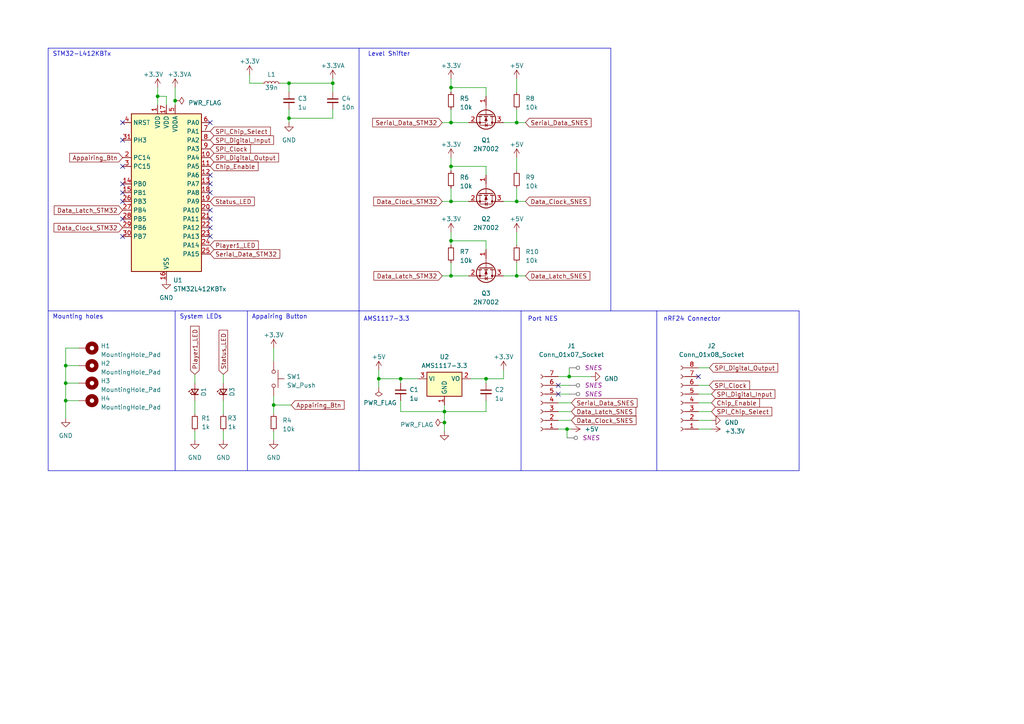
<source format=kicad_sch>
(kicad_sch (version 20230121) (generator eeschema)
  (paper "A4")
  (title_block (title "SNES Wireless Receiver (NRF24L01 Exclude)") (date "2023-04-17") (rev "2.0") (company "ENSEA"))
  (lib_symbols
    (symbol "Connector:Conn_01x07_Socket" (pin_names (offset 1.016) hide)
      (property "Reference" "J" (at 0 10.16 0))
      (property "Value" "Conn_01x07_Socket" (at 0 -10.16 0))
      (symbol "Conn_01x07_Socket_1_1"
        (arc (start 0 -7.112) (mid -0.5058 -7.62) (end 0 -8.128) (stroke (width 0.1524)))
        (arc (start 0 -4.572) (mid -0.5058 -5.08) (end 0 -5.588) (stroke (width 0.1524)))
        (arc (start 0 -2.032) (mid -0.5058 -2.54) (end 0 -3.048) (stroke (width 0.1524)))
        (polyline (pts (xy -1.27 -7.62) (xy -0.508 -7.62)) (stroke (width 0.1524)))
        (polyline (pts (xy -1.27 -5.08) (xy -0.508 -5.08)) (stroke (width 0.1524)))
        (polyline (pts (xy -1.27 -2.54) (xy -0.508 -2.54)) (stroke (width 0.1524)))
        (polyline (pts (xy -1.27 0) (xy -0.508 0)) (stroke (width 0.1524)))
        (polyline (pts (xy -1.27 2.54) (xy -0.508 2.54)) (stroke (width 0.1524)))
        (polyline (pts (xy -1.27 5.08) (xy -0.508 5.08)) (stroke (width 0.1524)))
        (polyline (pts (xy -1.27 7.62) (xy -0.508 7.62)) (stroke (width 0.1524)))
        (arc (start 0 0.508) (mid -0.5058 0) (end 0 -0.508) (stroke (width 0.1524)))
        (arc (start 0 3.048) (mid -0.5058 2.54) (end 0 2.032) (stroke (width 0.1524)))
        (arc (start 0 5.588) (mid -0.5058 5.08) (end 0 4.572) (stroke (width 0.1524)))
        (arc (start 0 8.128) (mid -0.5058 7.62) (end 0 7.112) (stroke (width 0.1524)))
        (pin passive line (at -5.08 7.62 0) (length 3.81) (name "Pin_1") (number "1"))
        (pin passive line (at -5.08 5.08 0) (length 3.81) (name "Pin_2") (number "2"))
        (pin passive line (at -5.08 2.54 0) (length 3.81) (name "Pin_3") (number "3"))
        (pin passive line (at -5.08 0 0) (length 3.81) (name "Pin_4") (number "4"))
        (pin passive line (at -5.08 -2.54 0) (length 3.81) (name "Pin_5") (number "5"))
        (pin passive line (at -5.08 -5.08 0) (length 3.81) (name "Pin_6") (number "6"))
        (pin passive line (at -5.08 -7.62 0) (length 3.81) (name "Pin_7") (number "7"))
      )
    )
    (symbol "Connector:Conn_01x08_Socket" (pin_names (offset 1.016) hide)
      (property "Reference" "J" (at 0 10.16 0))
      (property "Value" "Conn_01x08_Socket" (at 0 -12.7 0))
      (symbol "Conn_01x08_Socket_1_1"
        (arc (start 0 -9.652) (mid -0.5058 -10.16) (end 0 -10.668) (stroke (width 0.1524)))
        (arc (start 0 -7.112) (mid -0.5058 -7.62) (end 0 -8.128) (stroke (width 0.1524)))
        (arc (start 0 -4.572) (mid -0.5058 -5.08) (end 0 -5.588) (stroke (width 0.1524)))
        (arc (start 0 -2.032) (mid -0.5058 -2.54) (end 0 -3.048) (stroke (width 0.1524)))
        (polyline (pts (xy -1.27 -10.16) (xy -0.508 -10.16)) (stroke (width 0.1524)))
        (polyline (pts (xy -1.27 -7.62) (xy -0.508 -7.62)) (stroke (width 0.1524)))
        (polyline (pts (xy -1.27 -5.08) (xy -0.508 -5.08)) (stroke (width 0.1524)))
        (polyline (pts (xy -1.27 -2.54) (xy -0.508 -2.54)) (stroke (width 0.1524)))
        (polyline (pts (xy -1.27 0) (xy -0.508 0)) (stroke (width 0.1524)))
        (polyline (pts (xy -1.27 2.54) (xy -0.508 2.54)) (stroke (width 0.1524)))
        (polyline (pts (xy -1.27 5.08) (xy -0.508 5.08)) (stroke (width 0.1524)))
        (polyline (pts (xy -1.27 7.62) (xy -0.508 7.62)) (stroke (width 0.1524)))
        (arc (start 0 0.508) (mid -0.5058 0) (end 0 -0.508) (stroke (width 0.1524)))
        (arc (start 0 3.048) (mid -0.5058 2.54) (end 0 2.032) (stroke (width 0.1524)))
        (arc (start 0 5.588) (mid -0.5058 5.08) (end 0 4.572) (stroke (width 0.1524)))
        (arc (start 0 8.128) (mid -0.5058 7.62) (end 0 7.112) (stroke (width 0.1524)))
        (pin passive line (at -5.08 7.62 0) (length 3.81) (name "Pin_1") (number "1"))
        (pin passive line (at -5.08 5.08 0) (length 3.81) (name "Pin_2") (number "2"))
        (pin passive line (at -5.08 2.54 0) (length 3.81) (name "Pin_3") (number "3"))
        (pin passive line (at -5.08 0 0) (length 3.81) (name "Pin_4") (number "4"))
        (pin passive line (at -5.08 -2.54 0) (length 3.81) (name "Pin_5") (number "5"))
        (pin passive line (at -5.08 -5.08 0) (length 3.81) (name "Pin_6") (number "6"))
        (pin passive line (at -5.08 -7.62 0) (length 3.81) (name "Pin_7") (number "7"))
        (pin passive line (at -5.08 -10.16 0) (length 3.81) (name "Pin_8") (number "8"))
      )
    )
    (symbol "Device:C_Small" (pin_numbers hide) (pin_names (offset 0.254) hide)
      (property "Reference" "C" (at 0.254 1.778 0))
      (property "Value" "C_Small" (at 0.254 -2.032 0))
      (symbol "C_Small_0_1"
        (polyline (pts (xy -1.524 -0.508) (xy 1.524 -0.508)) (stroke (width 0.3302)))
        (polyline (pts (xy -1.524 0.508) (xy 1.524 0.508)) (stroke (width 0.3048)))
      )
      (symbol "C_Small_1_1"
        (pin passive line (at 0 2.54 270) (length 2.032) (name "~") (number "1"))
        (pin passive line (at 0 -2.54 90) (length 2.032) (name "~") (number "2"))
      )
    )
    (symbol "Device:LED_Small" (pin_numbers hide) (pin_names (offset 0.254) hide)
      (property "Reference" "D" (at -1.27 3.175 0))
      (property "Value" "LED_Small" (at -4.445 -2.54 0))
      (symbol "LED_Small_0_1"
        (polyline (pts (xy -0.762 -1.016) (xy -0.762 1.016)) (stroke (width 0.254)))
        (polyline (pts (xy 1.016 0) (xy -0.762 0)))
        (polyline (pts (xy 0.762 -1.016) (xy -0.762 0) (xy 0.762 1.016) (xy 0.762 -1.016)) (stroke (width 0.254)))
        (polyline (pts (xy 0 0.762) (xy -0.508 1.27) (xy -0.254 1.27) (xy -0.508 1.27) (xy -0.508 1.016)))
        (polyline (pts (xy 0.508 1.27) (xy 0 1.778) (xy 0.254 1.778) (xy 0 1.778) (xy 0 1.524)))
      )
      (symbol "LED_Small_1_1"
        (pin passive line (at -2.54 0 0) (length 1.778) (name "K") (number "1"))
        (pin passive line (at 2.54 0 180) (length 1.778) (name "A") (number "2"))
      )
    )
    (symbol "Device:L_Small" (pin_numbers hide) (pin_names (offset 0.254) hide)
      (property "Reference" "L" (at 0.762 1.016 0))
      (property "Value" "L_Small" (at 0.762 -1.016 0))
      (symbol "L_Small_0_1"
        (arc (start 0 -2.032) (mid 0.5058 -1.524) (end 0 -1.016))
        (arc (start 0 -1.016) (mid 0.5058 -0.508) (end 0 0))
        (arc (start 0 0) (mid 0.5058 0.508) (end 0 1.016))
        (arc (start 0 1.016) (mid 0.5058 1.524) (end 0 2.032))
      )
      (symbol "L_Small_1_1"
        (pin passive line (at 0 2.54 270) (length 0.508) (name "~") (number "1"))
        (pin passive line (at 0 -2.54 90) (length 0.508) (name "~") (number "2"))
      )
    )
    (symbol "Device:R_Small" (pin_numbers hide) (pin_names (offset 0.254) hide)
      (property "Reference" "R" (at 0.762 0.508 0))
      (property "Value" "R_Small" (at 0.762 -1.016 0))
      (symbol "R_Small_0_1"
        (rectangle (start -0.762 1.778) (end 0.762 -1.778) (stroke (width 0.2032)))
      )
      (symbol "R_Small_1_1"
        (pin passive line (at 0 2.54 270) (length 0.762) (name "~") (number "1"))
        (pin passive line (at 0 -2.54 90) (length 0.762) (name "~") (number "2"))
      )
    )
    (symbol "MCU_ST_STM32L4:STM32L412KBTx"
      (property "Reference" "U" (at -10.16 24.13 0))
      (property "Value" "STM32L412KBTx" (at 5.08 24.13 0))
      (symbol "STM32L412KBTx_0_1"
        (rectangle (start -10.16 -22.86) (end 10.16 22.86) (stroke (width 0.254)) (fill (type background)))
      )
      (symbol "STM32L412KBTx_1_1"
        (pin power_in line (at -2.54 25.4 270) (length 2.54) (name "VDD") (number "1"))
        (pin bidirectional line (at 12.7 10.16 180) (length 2.54) (name "PA4") (number "10"))
        (pin bidirectional line (at 12.7 7.62 180) (length 2.54) (name "PA5") (number "11"))
        (pin bidirectional line (at 12.7 5.08 180) (length 2.54) (name "PA6") (number "12"))
        (pin bidirectional line (at 12.7 2.54 180) (length 2.54) (name "PA7") (number "13"))
        (pin bidirectional line (at -12.7 2.54 0) (length 2.54) (name "PB0") (number "14"))
        (pin bidirectional line (at -12.7 0 0) (length 2.54) (name "PB1") (number "15"))
        (pin power_in line (at 0 -25.4 90) (length 2.54) (name "VSS") (number "16"))
        (pin power_in line (at 0 25.4 270) (length 2.54) (name "VDD") (number "17"))
        (pin bidirectional line (at 12.7 0 180) (length 2.54) (name "PA8") (number "18"))
        (pin bidirectional line (at 12.7 -2.54 180) (length 2.54) (name "PA9") (number "19"))
        (pin bidirectional line (at -12.7 10.16 0) (length 2.54) (name "PC14") (number "2"))
        (pin bidirectional line (at 12.7 -5.08 180) (length 2.54) (name "PA10") (number "20"))
        (pin bidirectional line (at 12.7 -7.62 180) (length 2.54) (name "PA11") (number "21"))
        (pin bidirectional line (at 12.7 -10.16 180) (length 2.54) (name "PA12") (number "22"))
        (pin bidirectional line (at 12.7 -12.7 180) (length 2.54) (name "PA13") (number "23"))
        (pin bidirectional line (at 12.7 -15.24 180) (length 2.54) (name "PA14") (number "24"))
        (pin bidirectional line (at 12.7 -17.78 180) (length 2.54) (name "PA15") (number "25"))
        (pin bidirectional line (at -12.7 -2.54 0) (length 2.54) (name "PB3") (number "26"))
        (pin bidirectional line (at -12.7 -5.08 0) (length 2.54) (name "PB4") (number "27"))
        (pin bidirectional line (at -12.7 -7.62 0) (length 2.54) (name "PB5") (number "28"))
        (pin bidirectional line (at -12.7 -10.16 0) (length 2.54) (name "PB6") (number "29"))
        (pin bidirectional line (at -12.7 7.62 0) (length 2.54) (name "PC15") (number "3"))
        (pin bidirectional line (at -12.7 -12.7 0) (length 2.54) (name "PB7") (number "30"))
        (pin bidirectional line (at -12.7 15.24 0) (length 2.54) (name "PH3") (number "31"))
        (pin passive line (at 0 -25.4 90) (length 2.54) hide (name "VSS") (number "32"))
        (pin input line (at -12.7 20.32 0) (length 2.54) (name "NRST") (number "4"))
        (pin power_in line (at 2.54 25.4 270) (length 2.54) (name "VDDA") (number "5"))
        (pin bidirectional line (at 12.7 20.32 180) (length 2.54) (name "PA0") (number "6"))
        (pin bidirectional line (at 12.7 17.78 180) (length 2.54) (name "PA1") (number "7"))
        (pin bidirectional line (at 12.7 15.24 180) (length 2.54) (name "PA2") (number "8"))
        (pin bidirectional line (at 12.7 12.7 180) (length 2.54) (name "PA3") (number "9"))
      )
    )
    (symbol "Mechanical:MountingHole_Pad" (pin_numbers hide) (pin_names (offset 1.016) hide)
      (property "Reference" "H" (at 0 6.35 0))
      (property "Value" "MountingHole_Pad" (at 0 4.445 0))
      (symbol "MountingHole_Pad_0_1"
        (circle (center 0 1.27) (radius 1.27) (stroke (width 1.27)))
      )
      (symbol "MountingHole_Pad_1_1"
        (pin input line (at 0 -2.54 90) (length 2.54) (name "1") (number "1"))
      )
    )
    (symbol "Regulator_Linear:AMS1117-3.3"
      (property "Reference" "U" (at -3.81 3.175 0))
      (property "Value" "AMS1117-3.3" (at 0 3.175 0))
      (symbol "AMS1117-3.3_0_1"
        (rectangle (start -5.08 -5.08) (end 5.08 1.905) (stroke (width 0.254)) (fill (type background)))
      )
      (symbol "AMS1117-3.3_1_1"
        (pin power_in line (at 0 -7.62 90) (length 2.54) (name "GND") (number "1"))
        (pin power_out line (at 7.62 0 180) (length 2.54) (name "VO") (number "2"))
        (pin power_in line (at -7.62 0 0) (length 2.54) (name "VI") (number "3"))
      )
    )
    (symbol "Switch:SW_Push" (pin_numbers hide) (pin_names (offset 1.016) hide)
      (property "Reference" "SW" (at 1.27 2.54 0))
      (property "Value" "SW_Push" (at 0 -1.524 0))
      (symbol "SW_Push_0_1"
        (circle (center -2.032 0) (radius 0.508))
        (polyline (pts (xy 0 1.27) (xy 0 3.048)))
        (polyline (pts (xy 2.54 1.27) (xy -2.54 1.27)))
        (circle (center 2.032 0) (radius 0.508))
        (pin passive line (at -5.08 0 0) (length 2.54) (name "1") (number "1"))
        (pin passive line (at 5.08 0 180) (length 2.54) (name "2") (number "2"))
      )
    )
    (symbol "Transistor_FET:2N7002" (pin_names hide)
      (property "Reference" "Q" (at 5.08 1.905 0))
      (property "Value" "2N7002" (at 5.08 0 0))
      (symbol "2N7002_0_1"
        (polyline (pts (xy 0.254 0) (xy -2.54 0)))
        (polyline (pts (xy 0.254 1.905) (xy 0.254 -1.905)) (stroke (width 0.254)))
        (polyline (pts (xy 0.762 -1.27) (xy 0.762 -2.286)) (stroke (width 0.254)))
        (polyline (pts (xy 0.762 0.508) (xy 0.762 -0.508)) (stroke (width 0.254)))
        (polyline (pts (xy 0.762 2.286) (xy 0.762 1.27)) (stroke (width 0.254)))
        (polyline (pts (xy 2.54 2.54) (xy 2.54 1.778)))
        (polyline (pts (xy 2.54 -2.54) (xy 2.54 0) (xy 0.762 0)))
        (polyline (pts (xy 0.762 -1.778) (xy 3.302 -1.778) (xy 3.302 1.778) (xy 0.762 1.778)))
        (polyline (pts (xy 1.016 0) (xy 2.032 0.381) (xy 2.032 -0.381) (xy 1.016 0)) (fill (type outline)))
        (polyline (pts (xy 2.794 0.508) (xy 2.921 0.381) (xy 3.683 0.381) (xy 3.81 0.254)))
        (polyline (pts (xy 3.302 0.381) (xy 2.921 -0.254) (xy 3.683 -0.254) (xy 3.302 0.381)))
        (circle (center 1.651 0) (radius 2.794) (stroke (width 0.254)))
        (circle (center 2.54 -1.778) (radius 0.254) (fill (type outline)))
        (circle (center 2.54 1.778) (radius 0.254) (fill (type outline)))
      )
      (symbol "2N7002_1_1"
        (pin input line (at -5.08 0 0) (length 2.54) (name "G") (number "1"))
        (pin passive line (at 2.54 -5.08 90) (length 2.54) (name "S") (number "2"))
        (pin passive line (at 2.54 5.08 270) (length 2.54) (name "D") (number "3"))
      )
    )
    (symbol "power:+3.3V" (power) (pin_names (offset 0))
      (property "Value" "+3.3V" (at 0 3.556 0))
      (symbol "+3.3V_0_1"
        (polyline (pts (xy -0.762 1.27) (xy 0 2.54)))
        (polyline (pts (xy 0 0) (xy 0 2.54)))
        (polyline (pts (xy 0 2.54) (xy 0.762 1.27)))
      )
      (symbol "+3.3V_1_1"
        (pin power_in line (at 0 0 90) (length 0) hide (name "+3.3V") (number "1"))
      )
    )
    (symbol "power:+3.3VA" (power) (pin_names (offset 0))
      (property "Value" "+3.3VA" (at 0 3.556 0))
      (symbol "+3.3VA_0_1"
        (polyline (pts (xy -0.762 1.27) (xy 0 2.54)))
        (polyline (pts (xy 0 0) (xy 0 2.54)))
        (polyline (pts (xy 0 2.54) (xy 0.762 1.27)))
      )
      (symbol "+3.3VA_1_1"
        (pin power_in line (at 0 0 90) (length 0) hide (name "+3.3VA") (number "1"))
      )
    )
    (symbol "power:+5V" (power) (pin_names (offset 0))
      (property "Value" "+5V" (at 0 3.556 0))
      (symbol "+5V_0_1"
        (polyline (pts (xy -0.762 1.27) (xy 0 2.54)))
        (polyline (pts (xy 0 0) (xy 0 2.54)))
        (polyline (pts (xy 0 2.54) (xy 0.762 1.27)))
      )
      (symbol "+5V_1_1"
        (pin power_in line (at 0 0 90) (length 0) hide (name "+5V") (number "1"))
      )
    )
    (symbol "power:GND" (power) (pin_names (offset 0))
      (property "Value" "GND" (at 0 -3.81 0))
      (symbol "GND_0_1"
        (polyline (pts (xy 0 0) (xy 0 -1.27) (xy 1.27 -1.27) (xy 0 -2.54) (xy -1.27 -1.27) (xy 0 -1.27)))
      )
      (symbol "GND_1_1"
        (pin power_in line (at 0 0 270) (length 0) hide (name "GND") (number "1"))
      )
    )
    (symbol "power:PWR_FLAG" (power) (pin_numbers hide) (pin_names (offset 0) hide)
      (property "Value" "PWR_FLAG" (at 0 3.81 0))
      (symbol "PWR_FLAG_0_0"
        (pin power_out line (at 0 0 90) (length 0) (name "pwr") (number "1"))
      )
      (symbol "PWR_FLAG_0_1"
        (polyline (pts (xy 0 0) (xy 0 1.27) (xy -1.016 1.905) (xy 0 2.54) (xy 1.016 1.905) (xy 0 1.27)))
      )
    )
  )
  (junction (at 79.375 117.475))
  (junction (at 149.86 80.01))
  (junction (at 96.52 24.13))
  (junction (at 128.905 122.555))
  (junction (at 130.81 69.85))
  (junction (at 83.82 24.13))
  (junction (at 19.05 106.045))
  (junction (at 19.05 116.205))
  (junction (at 109.855 109.855))
  (junction (at 83.82 34.29))
  (junction (at 19.05 111.125))
  (junction (at 130.81 35.56))
  (junction (at 149.86 58.42))
  (junction (at 130.81 80.01))
  (junction (at 50.8 29.21))
  (junction (at 116.205 109.855))
  (junction (at 149.86 35.56))
  (junction (at 164.465 124.46))
  (junction (at 140.97 109.855))
  (junction (at 130.81 48.26))
  (junction (at 165.1 109.22))
  (junction (at 130.81 58.42))
  (junction (at 130.81 25.4))
  (junction (at 128.905 119.38))
  (junction (at 45.72 27.94))
  (no_connect (at 161.925 114.3))
  (no_connect (at 60.96 50.8))
  (no_connect (at 60.96 60.96))
  (no_connect (at 35.56 35.56))
  (no_connect (at 35.56 48.26))
  (no_connect (at 60.96 66.04))
  (no_connect (at 60.96 68.58))
  (no_connect (at 202.565 109.22))
  (no_connect (at 35.56 58.42))
  (no_connect (at 161.925 111.76))
  (no_connect (at 35.56 53.34))
  (no_connect (at 35.56 55.88))
  (no_connect (at 60.96 63.5))
  (no_connect (at 35.56 63.5))
  (no_connect (at 60.96 53.34))
  (no_connect (at 35.56 40.64))
  (no_connect (at 60.96 55.88))
  (no_connect (at 35.56 68.58))
  (no_connect (at 60.96 35.56))
  (wire (pts (xy 96.52 34.29) (xy 96.52 31.75)))
  (polyline (pts (xy 151.13 136.525) (xy 151.13 90.17)))
  (wire (pts (xy 64.77 108.585) (xy 64.77 111.125)))
  (wire (pts (xy 165.1 111.76) (xy 161.925 111.76)))
  (wire (pts (xy 146.05 58.42) (xy 149.86 58.42)))
  (wire (pts (xy 19.05 100.965) (xy 19.05 106.045)))
  (wire (pts (xy 140.97 50.8) (xy 140.97 48.26)))
  (wire (pts (xy 109.855 109.855) (xy 116.205 109.855)))
  (polyline (pts (xy 71.755 136.525) (xy 104.14 136.525)))
  (polyline (pts (xy 104.14 136.525) (xy 104.14 90.17)))
  (wire (pts (xy 149.86 22.86) (xy 149.86 26.67)))
  (wire (pts (xy 149.86 45.72) (xy 149.86 49.53)))
  (wire (pts (xy 206.375 114.3) (xy 202.565 114.3)))
  (wire (pts (xy 96.52 24.13) (xy 96.52 26.67)))
  (wire (pts (xy 109.855 112.395) (xy 109.855 109.855)))
  (wire (pts (xy 19.05 111.125) (xy 22.86 111.125)))
  (wire (pts (xy 164.465 127) (xy 164.465 124.46)))
  (wire (pts (xy 149.86 80.01) (xy 149.86 76.2)))
  (wire (pts (xy 206.375 119.38) (xy 202.565 119.38)))
  (wire (pts (xy 56.515 125.095) (xy 56.515 127.635)))
  (polyline (pts (xy 151.13 90.17) (xy 190.5 90.17)))
  (wire (pts (xy 121.285 109.855) (xy 116.205 109.855)))
  (wire (pts (xy 81.28 24.13) (xy 83.82 24.13)))
  (wire (pts (xy 136.525 109.855) (xy 140.97 109.855)))
  (wire (pts (xy 79.375 114.935) (xy 79.375 117.475)))
  (polyline (pts (xy 104.14 13.97) (xy 104.14 90.17)))
  (wire (pts (xy 140.97 72.39) (xy 140.97 69.85)))
  (wire (pts (xy 72.39 21.59) (xy 72.39 24.13)))
  (wire (pts (xy 128.905 117.475) (xy 128.905 119.38)))
  (wire (pts (xy 48.26 27.94) (xy 45.72 27.94)))
  (wire (pts (xy 76.2 24.13) (xy 72.39 24.13)))
  (wire (pts (xy 19.05 106.045) (xy 19.05 111.125)))
  (polyline (pts (xy 50.8 136.525) (xy 71.755 136.525)))
  (wire (pts (xy 96.52 22.86) (xy 96.52 24.13)))
  (wire (pts (xy 83.82 31.75) (xy 83.82 34.29)))
  (wire (pts (xy 140.97 111.125) (xy 140.97 109.855)))
  (wire (pts (xy 79.375 125.095) (xy 79.375 127.635)))
  (wire (pts (xy 22.86 100.965) (xy 19.05 100.965)))
  (wire (pts (xy 109.855 109.855) (xy 109.855 107.315)))
  (wire (pts (xy 161.925 109.22) (xy 165.1 109.22)))
  (wire (pts (xy 19.05 116.205) (xy 19.05 121.285)))
  (polyline (pts (xy 231.775 136.525) (xy 190.5 136.525)))
  (wire (pts (xy 146.05 35.56) (xy 149.86 35.56)))
  (wire (pts (xy 56.515 116.205) (xy 56.515 120.015)))
  (wire (pts (xy 64.77 116.205) (xy 64.77 120.015)))
  (polyline (pts (xy 50.8 136.525) (xy 50.8 90.17)))
  (wire (pts (xy 202.565 121.92) (xy 206.375 121.92)))
  (wire (pts (xy 130.81 69.85) (xy 140.97 69.85)))
  (polyline (pts (xy 231.775 90.17) (xy 231.775 136.525)))
  (wire (pts (xy 130.81 69.85) (xy 130.81 71.12)))
  (wire (pts (xy 130.81 31.75) (xy 130.81 35.56)))
  (wire (pts (xy 161.925 116.84) (xy 165.735 116.84)))
  (wire (pts (xy 130.81 25.4) (xy 140.97 25.4)))
  (wire (pts (xy 130.81 48.26) (xy 130.81 49.53)))
  (wire (pts (xy 206.375 116.84) (xy 202.565 116.84)))
  (wire (pts (xy 130.81 54.61) (xy 130.81 58.42)))
  (wire (pts (xy 128.27 35.56) (xy 130.81 35.56)))
  (polyline (pts (xy 104.14 136.525) (xy 151.13 136.525)))
  (wire (pts (xy 19.05 111.125) (xy 19.05 116.205)))
  (wire (pts (xy 165.1 109.22) (xy 171.45 109.22)))
  (wire (pts (xy 19.05 106.045) (xy 22.86 106.045)))
  (wire (pts (xy 128.905 119.38) (xy 128.905 122.555)))
  (wire (pts (xy 140.97 119.38) (xy 128.905 119.38)))
  (wire (pts (xy 128.905 119.38) (xy 116.205 119.38)))
  (polyline (pts (xy 13.97 90.17) (xy 104.14 90.17)))
  (wire (pts (xy 140.97 109.855) (xy 146.05 109.855)))
  (wire (pts (xy 146.05 107.315) (xy 146.05 109.855)))
  (wire (pts (xy 161.925 121.92) (xy 165.735 121.92)))
  (polyline (pts (xy 13.97 136.525) (xy 50.8 136.525)))
  (polyline (pts (xy 190.5 90.17) (xy 190.5 136.525)))
  (wire (pts (xy 130.81 80.01) (xy 135.89 80.01)))
  (wire (pts (xy 130.81 67.31) (xy 130.81 69.85)))
  (wire (pts (xy 79.375 100.965) (xy 79.375 104.775)))
  (polyline (pts (xy 190.5 90.17) (xy 231.775 90.17)))
  (wire (pts (xy 149.86 80.01) (xy 152.4 80.01)))
  (wire (pts (xy 205.74 106.68) (xy 202.565 106.68)))
  (wire (pts (xy 161.925 119.38) (xy 165.735 119.38)))
  (polyline (pts (xy 69.85 13.97) (xy 104.14 13.97)))
  (wire (pts (xy 83.82 34.29) (xy 96.52 34.29)))
  (wire (pts (xy 45.72 27.94) (xy 45.72 25.4)))
  (wire (pts (xy 164.465 124.46) (xy 165.735 124.46)))
  (polyline (pts (xy 104.14 13.97) (xy 177.165 13.97)))
  (wire (pts (xy 202.565 124.46) (xy 206.375 124.46)))
  (wire (pts (xy 165.1 106.68) (xy 165.1 109.22)))
  (wire (pts (xy 128.905 122.555) (xy 128.905 125.095)))
  (wire (pts (xy 45.72 27.94) (xy 45.72 30.48)))
  (wire (pts (xy 130.81 58.42) (xy 135.89 58.42)))
  (wire (pts (xy 146.05 80.01) (xy 149.86 80.01)))
  (wire (pts (xy 56.515 108.585) (xy 56.515 111.125)))
  (wire (pts (xy 130.81 25.4) (xy 130.81 26.67)))
  (wire (pts (xy 19.05 116.205) (xy 22.86 116.205)))
  (polyline (pts (xy 13.97 13.97) (xy 69.85 13.97)))
  (wire (pts (xy 83.82 34.29) (xy 83.82 35.56)))
  (wire (pts (xy 128.27 80.01) (xy 130.81 80.01)))
  (polyline (pts (xy 177.165 13.97) (xy 177.165 90.17)))
  (wire (pts (xy 140.97 116.205) (xy 140.97 119.38)))
  (wire (pts (xy 165.1 114.3) (xy 161.925 114.3)))
  (wire (pts (xy 140.97 27.94) (xy 140.97 25.4)))
  (wire (pts (xy 48.26 30.48) (xy 48.26 27.94)))
  (wire (pts (xy 149.86 58.42) (xy 152.4 58.42)))
  (polyline (pts (xy 13.97 13.97) (xy 13.97 90.17)))
  (wire (pts (xy 130.81 48.26) (xy 140.97 48.26)))
  (wire (pts (xy 149.86 35.56) (xy 152.4 35.56)))
  (wire (pts (xy 83.82 24.13) (xy 96.52 24.13)))
  (wire (pts (xy 83.82 26.67) (xy 83.82 24.13)))
  (wire (pts (xy 128.27 58.42) (xy 130.81 58.42)))
  (polyline (pts (xy 13.97 90.17) (xy 13.97 136.525)))
  (wire (pts (xy 64.77 125.095) (xy 64.77 127.635)))
  (wire (pts (xy 50.8 25.4) (xy 50.8 29.21)))
  (wire (pts (xy 149.86 35.56) (xy 149.86 31.75)))
  (wire (pts (xy 130.81 76.2) (xy 130.81 80.01)))
  (wire (pts (xy 130.81 22.86) (xy 130.81 25.4)))
  (polyline (pts (xy 151.13 90.17) (xy 104.14 90.17)))
  (polyline (pts (xy 71.755 136.525) (xy 71.755 90.17)))
  (wire (pts (xy 79.375 117.475) (xy 84.455 117.475)))
  (wire (pts (xy 130.81 35.56) (xy 135.89 35.56)))
  (wire (pts (xy 79.375 117.475) (xy 79.375 120.015)))
  (wire (pts (xy 205.74 111.76) (xy 202.565 111.76)))
  (wire (pts (xy 149.86 58.42) (xy 149.86 54.61)))
  (polyline (pts (xy 190.5 136.525) (xy 151.13 136.525)))
  (wire (pts (xy 116.205 119.38) (xy 116.205 116.205)))
  (wire (pts (xy 161.925 124.46) (xy 164.465 124.46)))
  (wire (pts (xy 130.81 45.72) (xy 130.81 48.26)))
  (wire (pts (xy 116.205 109.855) (xy 116.205 111.125)))
  (wire (pts (xy 50.8 29.21) (xy 50.8 30.48)))
  (wire (pts (xy 149.86 67.31) (xy 149.86 71.12)))
  (text "AMS1117-3.3" (at 105.41 93.345 0) (effects (font (size 1.27 1.27)) (justify left bottom)))
  (text "Appairing Button\n" (at 73.025 92.71 0) (effects (font (size 1.27 1.27)) (justify left bottom)))
  (text "Mounting holes\n" (at 15.24 92.71 0) (effects (font (size 1.27 1.27)) (justify left bottom)))
  (text "Level Shifter\n" (at 106.68 16.51 0) (effects (font (size 1.27 1.27)) (justify left bottom)))
  (text "nRF24 Connector" (at 192.405 93.345 0) (effects (font (size 1.27 1.27)) (justify left bottom)))
  (text "Port NES\n" (at 153.035 93.345 0) (effects (font (size 1.27 1.27)) (justify left bottom)))
  (text "System LEDs\n" (at 52.07 92.71 0) (effects (font (size 1.27 1.27)) (justify left bottom)))
  (text "STM32-L412KBTx\n" (at 15.24 16.51 0) (effects (font (size 1.27 1.27)) (justify left bottom)))
  (global_label "Data_Clock_STM32" (shape input) (at 35.56 66.04 180) (property "Intersheetrefs" "${INTERSHEET_REFS}" (effects hide)))
  (global_label "Status_LED" (shape input) (at 60.96 58.42 0) (property "Intersheetrefs" "${INTERSHEET_REFS}" (effects hide)))
  (global_label "SPI_Chip_Select" (shape input) (at 206.375 119.38 0) (property "Intersheetrefs" "${INTERSHEET_REFS}" (effects hide)))
  (global_label "Chip_Enable" (shape input) (at 60.96 48.26 0) (property "Intersheetrefs" "${INTERSHEET_REFS}" (effects hide)))
  (global_label "Data_Clock_SNES" (shape input) (at 152.4 58.42 0) (property "Intersheetrefs" "${INTERSHEET_REFS}" (effects hide)))
  (global_label "Data_Clock_SNES" (shape input) (at 165.735 121.92 0) (property "Intersheetrefs" "${INTERSHEET_REFS}" (effects hide)))
  (global_label "SPI_Clock" (shape input) (at 205.74 111.76 0) (property "Intersheetrefs" "${INTERSHEET_REFS}" (effects hide)))
  (global_label "Appairing_Btn" (shape input) (at 35.56 45.72 180) (property "Intersheetrefs" "${INTERSHEET_REFS}" (effects hide)))
  (global_label "Serial_Data_STM32" (shape input) (at 60.96 73.66 0) (property "Intersheetrefs" "${INTERSHEET_REFS}" (effects hide)))
  (global_label "Data_Latch_SNES" (shape input) (at 152.4 80.01 0) (property "Intersheetrefs" "${INTERSHEET_REFS}" (effects hide)))
  (global_label "Status_LED" (shape input) (at 64.77 108.585 90) (property "Intersheetrefs" "${INTERSHEET_REFS}" (effects hide)))
  (global_label "Serial_Data_STM32" (shape input) (at 128.27 35.56 180) (property "Intersheetrefs" "${INTERSHEET_REFS}" (effects hide)))
  (global_label "Serial_Data_SNES" (shape input) (at 165.735 116.84 0) (property "Intersheetrefs" "${INTERSHEET_REFS}" (effects hide)))
  (global_label "SPI_Digital_Input" (shape input) (at 60.96 40.64 0) (property "Intersheetrefs" "${INTERSHEET_REFS}" (effects hide)))
  (global_label "Data_Latch_STM32" (shape input) (at 35.56 60.96 180) (property "Intersheetrefs" "${INTERSHEET_REFS}" (effects hide)))
  (global_label "SPI_Digital_Output" (shape input) (at 205.74 106.68 0) (property "Intersheetrefs" "${INTERSHEET_REFS}" (effects hide)))
  (global_label "SPI_Chip_Select" (shape input) (at 60.96 38.1 0) (property "Intersheetrefs" "${INTERSHEET_REFS}" (effects hide)))
  (global_label "Player1_LED" (shape input) (at 60.96 71.12 0) (property "Intersheetrefs" "${INTERSHEET_REFS}" (effects hide)))
  (global_label "Data_Clock_STM32" (shape input) (at 128.27 58.42 180) (property "Intersheetrefs" "${INTERSHEET_REFS}" (effects hide)))
  (global_label "SPI_Clock" (shape input) (at 60.96 43.18 0) (property "Intersheetrefs" "${INTERSHEET_REFS}" (effects hide)))
  (global_label "Player1_LED" (shape input) (at 56.515 108.585 90) (property "Intersheetrefs" "${INTERSHEET_REFS}" (effects hide)))
  (global_label "Serial_Data_SNES" (shape input) (at 152.4 35.56 0) (property "Intersheetrefs" "${INTERSHEET_REFS}" (effects hide)))
  (global_label "Appairing_Btn" (shape input) (at 84.455 117.475 0) (property "Intersheetrefs" "${INTERSHEET_REFS}" (effects hide)))
  (global_label "Data_Latch_SNES" (shape input) (at 165.735 119.38 0) (property "Intersheetrefs" "${INTERSHEET_REFS}" (effects hide)))
  (global_label "Data_Latch_STM32" (shape input) (at 128.27 80.01 180) (property "Intersheetrefs" "${INTERSHEET_REFS}" (effects hide)))
  (global_label "Chip_Enable" (shape input) (at 206.375 116.84 0) (property "Intersheetrefs" "${INTERSHEET_REFS}" (effects hide)))
  (global_label "SPI_Digital_Input" (shape input) (at 206.375 114.3 0) (property "Intersheetrefs" "${INTERSHEET_REFS}" (effects hide)))
  (global_label "SPI_Digital_Output" (shape input) (at 60.96 45.72 0) (property "Intersheetrefs" "${INTERSHEET_REFS}" (effects hide)))
  (netclass_flag "" (length 2.54) (shape round) (at 164.465 127 270) (property "Netclass" "SNES" (at 173.99 127 0) (effects (font italic) (justify right))))
  (netclass_flag "" (length 2.54) (shape round) (at 165.1 106.68 270) (property "Netclass" "SNES" (at 174.625 106.68 0) (effects (font italic) (justify right))))
  (netclass_flag "" (length 2.54) (shape round) (at 165.1 111.76 270) (property "Netclass" "SNES" (at 169.545 111.76 0) (effects (font italic) (justify left))))
  (netclass_flag "" (length 2.54) (shape round) (at 165.1 114.3 270) (property "Netclass" "SNES" (at 169.545 114.3 0) (effects (font italic) (justify left))))
  (symbol (lib_id "Switch:SW_Push") (at 79.375 109.855 270) (unit 1)
    (property "Reference" "SW1" (at 83.185 109.22 90) (effects (justify left)))
    (property "Value" "SW_Push" (at 83.185 111.76 90) (effects (justify left)))
    (property "Footprint" "Button_Switch_SMD:SW_Push_1P1T_NO_6x6mm_H9.5mm" (effects hide))
  )
  (symbol (lib_id "Mechanical:MountingHole_Pad") (at 25.4 106.045 270) (unit 1)
    (property "Reference" "H2" (at 29.21 105.41 90) (effects (justify left)))
    (property "Value" "MountingHole_Pad" (at 29.21 107.95 90) (effects (justify left)))
    (property "Footprint" "MountingHole:MountingHole_3.2mm_M3_DIN965_Pad" (effects hide))
  )
  (symbol (lib_id "MCU_ST_STM32L4:STM32L412KBTx") (at 48.26 55.88 0) (unit 1)
    (property "Reference" "U1" (at 50.2159 81.28 0) (effects (justify left)))
    (property "Value" "STM32L412KBTx" (at 50.2159 83.82 0) (effects (justify left)))
    (property "Footprint" "Package_QFP:LQFP-32_7x7mm_P0.8mm" (effects hide))
    (property "Datasheet" "https://www.st.com/resource/en/datasheet/stm32l412kb.pdf" (effects hide))
  )
  (symbol (lib_id "power:GND") (at 128.905 125.095 0) (unit 1)
    (property "Reference" "#PWR019" (effects hide))
    (property "Value" "GND" (effects hide))
  )
  (symbol (lib_id "power:+3.3V") (at 146.05 107.315 0) (unit 1)
    (property "Reference" "#PWR020" (effects hide))
    (property "Value" "+3.3V" (at 146.05 103.505 0))
  )
  (symbol (lib_id "power:+3.3V") (at 130.81 45.72 0) (unit 1)
    (property "Reference" "#PWR013" (effects hide))
    (property "Value" "+3.3V" (at 130.81 41.91 0))
  )
  (symbol (lib_id "power:+3.3V") (at 130.81 67.31 0) (unit 1)
    (property "Reference" "#PWR014" (effects hide))
    (property "Value" "+3.3V" (at 130.81 63.5 0))
  )
  (symbol (lib_id "power:PWR_FLAG") (at 50.8 29.21 270) (unit 1)
    (property "Reference" "#FLG01" (effects hide))
    (property "Value" "PWR_FLAG" (at 54.61 29.845 90) (effects (justify left)))
  )
  (symbol (lib_id "Device:R_Small") (at 149.86 52.07 0) (unit 1)
    (property "Reference" "R9" (at 152.4 51.435 0) (effects (justify left)))
    (property "Value" "10k" (at 152.4 53.975 0) (effects (justify left)))
    (property "Footprint" "Resistor_SMD:R_0603_1608Metric_Pad0.98x0.95mm_HandSolder" (effects hide))
  )
  (symbol (lib_id "Device:R_Small") (at 56.515 122.555 0) (unit 1)
    (property "Reference" "R1" (at 59.69 121.285 0))
    (property "Value" "1k" (at 59.69 123.825 0))
    (property "Footprint" "Resistor_SMD:R_0603_1608Metric_Pad0.98x0.95mm_HandSolder" (effects hide))
  )
  (symbol (lib_id "Device:R_Small") (at 130.81 73.66 0) (unit 1)
    (property "Reference" "R7" (at 133.35 73.025 0) (effects (justify left)))
    (property "Value" "10k" (at 133.35 75.565 0) (effects (justify left)))
    (property "Footprint" "Resistor_SMD:R_0603_1608Metric_Pad0.98x0.95mm_HandSolder" (effects hide))
  )
  (symbol (lib_id "power:GND") (at 56.515 127.635 0) (unit 1)
    (property "Reference" "#PWR01" (effects hide))
    (property "Value" "GND" (at 56.515 132.715 0))
  )
  (symbol (lib_id "power:GND") (at 48.26 81.28 0) (unit 1)
    (property "Reference" "#PWR08" (effects hide))
    (property "Value" "GND" (at 48.26 86.36 0))
  )
  (symbol (lib_id "power:+3.3V") (at 72.39 21.59 0) (unit 1)
    (property "Reference" "#PWR024" (effects hide))
    (property "Value" "+3.3V" (at 72.39 17.78 0))
  )
  (symbol (lib_id "Device:C_Small") (at 96.52 29.21 0) (unit 1)
    (property "Reference" "C4" (at 99.06 28.5813 0) (effects (justify left)))
    (property "Value" "10n" (at 99.06 31.1213 0) (effects (justify left)))
    (property "Footprint" "Capacitor_SMD:C_0603_1608Metric_Pad1.08x0.95mm_HandSolder" (effects hide))
  )
  (symbol (lib_id "power:PWR_FLAG") (at 128.905 122.555 90) (unit 1)
    (property "Reference" "#FLG03" (effects hide))
    (property "Value" "PWR_FLAG" (at 125.73 123.19 90) (effects (justify left)))
  )
  (symbol (lib_id "Transistor_FET:2N7002") (at 140.97 33.02 270) (unit 1)
    (property "Reference" "Q1" (at 140.97 40.64 90))
    (property "Value" "2N7002" (at 140.97 43.18 90))
    (property "Footprint" "Package_TO_SOT_SMD:SOT-23" (effects hide))
    (property "Datasheet" "https://www.onsemi.com/pub/Collateral/NDS7002A-D.PDF" (effects hide))
  )
  (symbol (lib_id "power:GND") (at 83.82 35.56 0) (unit 1)
    (property "Reference" "#PWR025" (effects hide))
    (property "Value" "GND" (at 83.82 40.64 0))
  )
  (symbol (lib_id "power:+3.3VA") (at 96.52 22.86 0) (unit 1)
    (property "Reference" "#PWR026" (effects hide))
    (property "Value" "+3.3VA" (at 96.52 19.05 0))
  )
  (symbol (lib_id "power:GND") (at 171.45 109.22 90) (unit 1)
    (property "Reference" "#PWR010" (effects hide))
    (property "Value" "GND" (at 175.26 109.855 90) (effects (justify right)))
  )
  (symbol (lib_id "power:GND") (at 64.77 127.635 0) (unit 1)
    (property "Reference" "#PWR04" (effects hide))
    (property "Value" "GND" (at 64.77 132.715 0))
  )
  (symbol (lib_id "Device:R_Small") (at 79.375 122.555 0) (unit 1)
    (property "Reference" "R4" (at 81.915 121.92 0) (effects (justify left)))
    (property "Value" "10k" (at 81.915 124.46 0) (effects (justify left)))
    (property "Footprint" "Resistor_SMD:R_0603_1608Metric_Pad0.98x0.95mm_HandSolder" (effects hide))
  )
  (symbol (lib_id "Device:R_Small") (at 130.81 52.07 0) (unit 1)
    (property "Reference" "R6" (at 133.35 51.435 0) (effects (justify left)))
    (property "Value" "10k" (at 133.35 53.975 0) (effects (justify left)))
    (property "Footprint" "Resistor_SMD:R_0603_1608Metric_Pad0.98x0.95mm_HandSolder" (effects hide))
  )
  (symbol (lib_id "Mechanical:MountingHole_Pad") (at 25.4 100.965 270) (unit 1)
    (property "Reference" "H1" (at 29.21 100.33 90) (effects (justify left)))
    (property "Value" "MountingHole_Pad" (at 29.21 102.87 90) (effects (justify left)))
    (property "Footprint" "MountingHole:MountingHole_3.2mm_M3_DIN965_Pad" (effects hide))
  )
  (symbol (lib_id "power:+3.3V") (at 130.81 22.86 0) (unit 1)
    (property "Reference" "#PWR012" (effects hide))
    (property "Value" "+3.3V" (at 130.81 19.05 0))
  )
  (symbol (lib_id "power:+5V") (at 165.735 124.46 270) (unit 1)
    (property "Reference" "#PWR011" (effects hide))
    (property "Value" "+5V" (at 169.545 124.46 90) (effects (justify left)))
  )
  (symbol (lib_id "Device:R_Small") (at 64.77 122.555 0) (unit 1)
    (property "Reference" "R3" (at 67.31 121.285 0))
    (property "Value" "1k" (at 67.31 123.825 0))
    (property "Footprint" "Resistor_SMD:R_0603_1608Metric_Pad0.98x0.95mm_HandSolder" (effects hide))
  )
  (symbol (lib_id "Device:C_Small") (at 83.82 29.21 0) (unit 1)
    (property "Reference" "C3" (at 86.36 28.5813 0) (effects (justify left)))
    (property "Value" "1u" (at 86.36 31.1213 0) (effects (justify left)))
    (property "Footprint" "Capacitor_SMD:C_0603_1608Metric_Pad1.08x0.95mm_HandSolder" (effects hide))
  )
  (symbol (lib_id "power:GND") (at 19.05 121.285 0) (unit 1)
    (property "Reference" "#PWR02" (effects hide))
    (property "Value" "GND" (at 19.05 126.365 0))
  )
  (symbol (lib_id "power:+3.3V") (at 206.375 124.46 270) (unit 1)
    (property "Reference" "#PWR022" (effects hide))
    (property "Value" "+3.3V" (at 210.185 125.095 90) (effects (justify left)))
  )
  (symbol (lib_id "Mechanical:MountingHole_Pad") (at 25.4 111.125 270) (unit 1)
    (property "Reference" "H3" (at 29.21 110.49 90) (effects (justify left)))
    (property "Value" "MountingHole_Pad" (at 29.21 113.03 90) (effects (justify left)))
    (property "Footprint" "MountingHole:MountingHole_3.2mm_M3_DIN965_Pad" (effects hide))
  )
  (symbol (lib_id "Device:LED_Small") (at 56.515 113.665 90) (unit 1)
    (property "Reference" "D1" (at 59.055 113.665 0))
    (property "Value" "LED_Small" (effects hide))
    (property "Footprint" "Diode_SMD:D_0603_1608Metric_Pad1.05x0.95mm_HandSolder" (effects hide))
  )
  (symbol (lib_id "power:+3.3V") (at 79.375 100.965 0) (unit 1)
    (property "Reference" "#PWR06" (effects hide))
    (property "Value" "+3.3V" (at 79.375 97.155 0))
  )
  (symbol (lib_id "Device:L_Small") (at 78.74 24.13 90) (unit 1)
    (property "Reference" "L1" (at 78.74 21.59 90))
    (property "Value" "39n" (at 78.74 25.4 90))
    (property "Footprint" "Inductor_SMD:L_0805_2012Metric_Pad1.05x1.20mm_HandSolder" (effects hide))
  )
  (symbol (lib_id "Transistor_FET:2N7002") (at 140.97 77.47 270) (unit 1)
    (property "Reference" "Q3" (at 140.97 85.09 90))
    (property "Value" "2N7002" (at 140.97 87.63 90))
    (property "Footprint" "Package_TO_SOT_SMD:SOT-23" (effects hide))
    (property "Datasheet" "https://www.onsemi.com/pub/Collateral/NDS7002A-D.PDF" (effects hide))
  )
  (symbol (lib_id "power:+5V") (at 149.86 22.86 0) (unit 1)
    (property "Reference" "#PWR015" (effects hide))
    (property "Value" "+5V" (at 149.86 19.05 0))
  )
  (symbol (lib_id "power:+3.3VA") (at 50.8 25.4 0) (unit 1)
    (property "Reference" "#PWR09" (effects hide))
    (property "Value" "+3.3VA" (at 52.07 21.59 0))
  )
  (symbol (lib_id "Regulator_Linear:AMS1117-3.3") (at 128.905 109.855 0) (unit 1)
    (property "Reference" "U2" (at 128.905 103.505 0))
    (property "Value" "AMS1117-3.3" (at 128.905 106.045 0))
    (property "Footprint" "Package_TO_SOT_SMD:SOT-223-3_TabPin2" (effects hide))
    (property "Datasheet" "http://www.advanced-monolithic.com/pdf/ds1117.pdf" (effects hide))
  )
  (symbol (lib_id "power:PWR_FLAG") (at 109.855 112.395 180) (unit 1)
    (property "Reference" "#FLG02" (effects hide))
    (property "Value" "PWR_FLAG" (at 105.41 116.84 0) (effects (justify right)))
  )
  (symbol (lib_id "Transistor_FET:2N7002") (at 140.97 55.88 270) (unit 1)
    (property "Reference" "Q2" (at 140.97 63.5 90))
    (property "Value" "2N7002" (at 140.97 66.04 90))
    (property "Footprint" "Package_TO_SOT_SMD:SOT-23" (effects hide))
    (property "Datasheet" "https://www.onsemi.com/pub/Collateral/NDS7002A-D.PDF" (effects hide))
  )
  (symbol (lib_id "Mechanical:MountingHole_Pad") (at 25.4 116.205 270) (unit 1)
    (property "Reference" "H4" (at 29.21 115.57 90) (effects (justify left)))
    (property "Value" "MountingHole_Pad" (at 29.21 118.11 90) (effects (justify left)))
    (property "Footprint" "MountingHole:MountingHole_3.2mm_M3_DIN965_Pad" (effects hide))
  )
  (symbol (lib_id "Device:R_Small") (at 149.86 29.21 0) (unit 1)
    (property "Reference" "R8" (at 152.4 28.575 0) (effects (justify left)))
    (property "Value" "10k" (at 152.4 31.115 0) (effects (justify left)))
    (property "Footprint" "Resistor_SMD:R_0603_1608Metric_Pad0.98x0.95mm_HandSolder" (effects hide))
  )
  (symbol (lib_id "power:+5V") (at 149.86 45.72 0) (unit 1)
    (property "Reference" "#PWR016" (effects hide))
    (property "Value" "+5V" (at 149.86 41.91 0))
  )
  (symbol (lib_id "power:+3.3V") (at 45.72 25.4 0) (unit 1)
    (property "Reference" "#PWR05" (effects hide))
    (property "Value" "+3.3V" (at 44.45 21.59 0))
  )
  (symbol (lib_id "Device:LED_Small") (at 64.77 113.665 90) (unit 1)
    (property "Reference" "D3" (at 67.31 113.665 0))
    (property "Value" "LED_Small" (effects hide))
    (property "Footprint" "Diode_SMD:D_0603_1608Metric_Pad1.05x0.95mm_HandSolder" (effects hide))
  )
  (symbol (lib_id "power:GND") (at 206.375 121.92 90) (unit 1)
    (property "Reference" "#PWR021" (effects hide))
    (property "Value" "GND" (at 210.185 122.555 90) (effects (justify right)))
  )
  (symbol (lib_id "Device:C_Small") (at 140.97 113.665 0) (unit 1)
    (property "Reference" "C2" (at 143.51 113.0363 0) (effects (justify left)))
    (property "Value" "1u" (at 143.51 115.5763 0) (effects (justify left)))
    (property "Footprint" "Capacitor_SMD:C_0603_1608Metric_Pad1.08x0.95mm_HandSolder" (effects hide))
  )
  (symbol (lib_id "power:+5V") (at 109.855 107.315 0) (unit 1)
    (property "Reference" "#PWR018" (effects hide))
    (property "Value" "+5V" (at 109.855 103.505 0))
  )
  (symbol (lib_id "Device:C_Small") (at 116.205 113.665 0) (unit 1)
    (property "Reference" "C1" (at 118.745 113.0363 0) (effects (justify left)))
    (property "Value" "1u" (at 118.745 115.5763 0) (effects (justify left)))
    (property "Footprint" "Capacitor_SMD:C_0603_1608Metric_Pad1.08x0.95mm_HandSolder" (effects hide))
  )
  (symbol (lib_id "Device:R_Small") (at 149.86 73.66 0) (unit 1)
    (property "Reference" "R10" (at 152.4 73.025 0) (effects (justify left)))
    (property "Value" "10k" (at 152.4 75.565 0) (effects (justify left)))
    (property "Footprint" "Resistor_SMD:R_0603_1608Metric_Pad0.98x0.95mm_HandSolder" (effects hide))
  )
  (symbol (lib_id "Device:R_Small") (at 130.81 29.21 0) (unit 1)
    (property "Reference" "R5" (at 133.35 28.575 0) (effects (justify left)))
    (property "Value" "10k" (at 133.35 31.115 0) (effects (justify left)))
    (property "Footprint" "Resistor_SMD:R_0603_1608Metric_Pad0.98x0.95mm_HandSolder" (effects hide))
  )
  (symbol (lib_id "Connector:Conn_01x08_Socket") (at 197.485 116.84 180) (unit 1)
    (property "Reference" "J2" (at 206.375 100.33 0))
    (property "Value" "Conn_01x08_Socket" (at 206.375 102.87 0))
    (property "Footprint" "Connector_PinSocket_1.00mm:PinSocket_2x04_P1.00mm_Vertical_SMD" (effects hide))
  )
  (symbol (lib_id "power:GND") (at 79.375 127.635 0) (unit 1)
    (property "Reference" "#PWR07" (effects hide))
    (property "Value" "GND" (at 79.375 132.715 0))
  )
  (symbol (lib_id "Connector:Conn_01x07_Socket") (at 156.845 116.84 180) (unit 1)
    (property "Reference" "J1" (at 165.735 100.33 0))
    (property "Value" "Conn_01x07_Socket" (at 165.735 102.87 0))
    (property "Footprint" "Connector_PinSocket_1.00mm:PinSocket_1x07_P1.00mm_Vertical" (effects hide))
  )
  (symbol (lib_id "power:+5V") (at 149.86 67.31 0) (unit 1)
    (property "Reference" "#PWR017" (effects hide))
    (property "Value" "+5V" (at 149.86 63.5 0))
  )
)
</source>
